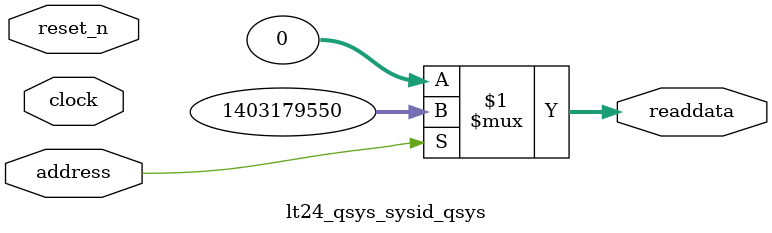
<source format=v>

`timescale 1ns / 1ps
// synthesis translate_on

// turn off superfluous verilog processor warnings 
// altera message_level Level1 
// altera message_off 10034 10035 10036 10037 10230 10240 10030 

module lt24_qsys_sysid_qsys (
               // inputs:
                address,
                clock,
                reset_n,

               // outputs:
                readdata
             )
;

  output  [ 31: 0] readdata;
  input            address;
  input            clock;
  input            reset_n;

  wire    [ 31: 0] readdata;
  //control_slave, which is an e_avalon_slave
  assign readdata = address ? 1403179550 : 0;

endmodule




</source>
